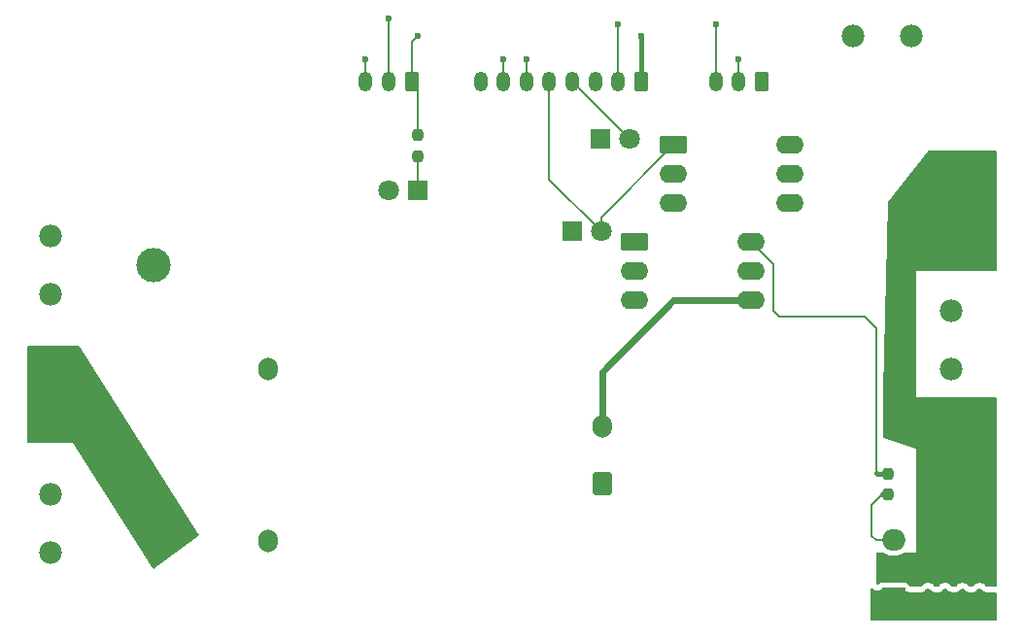
<source format=gbr>
%TF.GenerationSoftware,KiCad,Pcbnew,9.0.7*%
%TF.CreationDate,2026-01-20T13:18:06+01:00*%
%TF.ProjectId,OpenBrewer,4f70656e-4272-4657-9765-722e6b696361,rev?*%
%TF.SameCoordinates,Original*%
%TF.FileFunction,Copper,L1,Top*%
%TF.FilePolarity,Positive*%
%FSLAX46Y46*%
G04 Gerber Fmt 4.6, Leading zero omitted, Abs format (unit mm)*
G04 Created by KiCad (PCBNEW 9.0.7) date 2026-01-20 13:18:06*
%MOMM*%
%LPD*%
G01*
G04 APERTURE LIST*
G04 Aperture macros list*
%AMRoundRect*
0 Rectangle with rounded corners*
0 $1 Rounding radius*
0 $2 $3 $4 $5 $6 $7 $8 $9 X,Y pos of 4 corners*
0 Add a 4 corners polygon primitive as box body*
4,1,4,$2,$3,$4,$5,$6,$7,$8,$9,$2,$3,0*
0 Add four circle primitives for the rounded corners*
1,1,$1+$1,$2,$3*
1,1,$1+$1,$4,$5*
1,1,$1+$1,$6,$7*
1,1,$1+$1,$8,$9*
0 Add four rect primitives between the rounded corners*
20,1,$1+$1,$2,$3,$4,$5,0*
20,1,$1+$1,$4,$5,$6,$7,0*
20,1,$1+$1,$6,$7,$8,$9,0*
20,1,$1+$1,$8,$9,$2,$3,0*%
G04 Aperture macros list end*
%TA.AperFunction,ComponentPad*%
%ADD10C,1.980000*%
%TD*%
%TA.AperFunction,ComponentPad*%
%ADD11R,1.800000X1.800000*%
%TD*%
%TA.AperFunction,ComponentPad*%
%ADD12C,1.800000*%
%TD*%
%TA.AperFunction,ComponentPad*%
%ADD13C,3.000000*%
%TD*%
%TA.AperFunction,ComponentPad*%
%ADD14RoundRect,0.250000X0.350000X0.625000X-0.350000X0.625000X-0.350000X-0.625000X0.350000X-0.625000X0*%
%TD*%
%TA.AperFunction,ComponentPad*%
%ADD15O,1.200000X1.750000*%
%TD*%
%TA.AperFunction,SMDPad,CuDef*%
%ADD16RoundRect,0.237500X-0.237500X0.250000X-0.237500X-0.250000X0.237500X-0.250000X0.237500X0.250000X0*%
%TD*%
%TA.AperFunction,ComponentPad*%
%ADD17RoundRect,0.250000X0.600000X0.750000X-0.600000X0.750000X-0.600000X-0.750000X0.600000X-0.750000X0*%
%TD*%
%TA.AperFunction,ComponentPad*%
%ADD18O,1.700000X2.000000*%
%TD*%
%TA.AperFunction,ComponentPad*%
%ADD19R,2.000000X1.905000*%
%TD*%
%TA.AperFunction,ComponentPad*%
%ADD20O,2.000000X1.905000*%
%TD*%
%TA.AperFunction,ComponentPad*%
%ADD21RoundRect,0.250000X-0.950000X-0.550000X0.950000X-0.550000X0.950000X0.550000X-0.950000X0.550000X0*%
%TD*%
%TA.AperFunction,ComponentPad*%
%ADD22O,2.400000X1.600000*%
%TD*%
%TA.AperFunction,ViaPad*%
%ADD23C,0.600000*%
%TD*%
%TA.AperFunction,Conductor*%
%ADD24C,0.200000*%
%TD*%
%TA.AperFunction,Conductor*%
%ADD25C,0.400000*%
%TD*%
%TA.AperFunction,Conductor*%
%ADD26C,0.600000*%
%TD*%
%TA.AperFunction,Conductor*%
%ADD27C,0.500000*%
%TD*%
G04 APERTURE END LIST*
D10*
%TO.P,J4,1_1,1_1*%
%TO.N,Net-(PS1-AC{slash}N)*%
X193000000Y-83040000D03*
%TO.P,J4,1_2,1_2*%
X193000000Y-77960000D03*
%TD*%
D11*
%TO.P,D4,1,K*%
%TO.N,GND*%
X162460000Y-63000000D03*
D12*
%TO.P,D4,2,A*%
%TO.N,HEAT*%
X165000000Y-63000000D03*
%TD*%
D13*
%TO.P,F1,1*%
%TO.N,Net-(F1-Pad1)*%
X123500000Y-96500000D03*
%TO.P,F1,2*%
%TO.N,Net-(PS1-AC{slash}L)*%
X123500000Y-74000000D03*
%TD*%
D14*
%TO.P,J1,1,Pin_1*%
%TO.N,GND*%
X166000000Y-58000000D03*
D15*
%TO.P,J1,2,Pin_2*%
%TO.N,5V*%
X164000000Y-58000000D03*
%TO.P,J1,3,Pin_3*%
%TO.N,12V*%
X162000000Y-58000000D03*
%TO.P,J1,4,Pin_4*%
%TO.N,HEAT*%
X160000000Y-58000000D03*
%TO.P,J1,5,Pin_5*%
%TO.N,PUMP*%
X158000000Y-58000000D03*
%TO.P,J1,6,Pin_6*%
%TO.N,FLOW*%
X156000000Y-58000000D03*
%TO.P,J1,7,Pin_7*%
%TO.N,TEMP*%
X154000000Y-58000000D03*
%TO.P,J1,8,Pin_8*%
%TO.N,DEBUG-LED*%
X152000000Y-58000000D03*
%TD*%
D10*
%TO.P,J5,1_1,1_1*%
%TO.N,Net-(Q1-A2)*%
X193000000Y-70540000D03*
%TO.P,J5,1_2,1_2*%
X193000000Y-65460000D03*
%TD*%
D16*
%TO.P,R4,1*%
%TO.N,Net-(R4-Pad1)*%
X187500000Y-92175000D03*
%TO.P,R4,2*%
%TO.N,Net-(Q1-G)*%
X187500000Y-94000000D03*
%TD*%
D14*
%TO.P,J3,1,Pin_1*%
%TO.N,GND*%
X146000000Y-58000000D03*
D15*
%TO.P,J3,2,Pin_2*%
%TO.N,5V*%
X144000000Y-58000000D03*
%TO.P,J3,3,Pin_3*%
%TO.N,TEMP*%
X142000000Y-58000000D03*
%TD*%
D11*
%TO.P,D2,1,K*%
%TO.N,Net-(D2-K)*%
X146500000Y-67500000D03*
D12*
%TO.P,D2,2,A*%
%TO.N,5V*%
X143960000Y-67500000D03*
%TD*%
D11*
%TO.P,D3,1,K*%
%TO.N,GND*%
X159960000Y-71000000D03*
D12*
%TO.P,D3,2,A*%
%TO.N,PUMP*%
X162500000Y-71000000D03*
%TD*%
D10*
%TO.P,J8,1_1,1_1*%
%TO.N,Net-(F1-Pad1)*%
X114500000Y-87540000D03*
%TO.P,J8,1_2,1_2*%
X114500000Y-82460000D03*
%TD*%
D17*
%TO.P,PS1,1,AC/L*%
%TO.N,Net-(PS1-AC{slash}L)*%
X162580000Y-93000000D03*
D18*
%TO.P,PS1,2,AC/N*%
%TO.N,Net-(PS1-AC{slash}N)*%
X162580000Y-88000000D03*
%TO.P,PS1,3,-Vout*%
%TO.N,GND*%
X133500000Y-98000000D03*
%TO.P,PS1,4,+Vout*%
%TO.N,12V*%
X133500000Y-83000000D03*
%TD*%
D19*
%TO.P,Q1,1,A1*%
%TO.N,Net-(PS1-AC{slash}N)*%
X188000000Y-103040000D03*
D20*
%TO.P,Q1,2,A2*%
%TO.N,Net-(Q1-A2)*%
X188000000Y-100500000D03*
%TO.P,Q1,3,G*%
%TO.N,Net-(Q1-G)*%
X188000000Y-97960000D03*
%TD*%
D10*
%TO.P,J7,1_1,1_1*%
%TO.N,Net-(PS1-AC{slash}L)*%
X114500000Y-76540000D03*
%TO.P,J7,1_2,1_2*%
X114500000Y-71460000D03*
%TD*%
%TO.P,J6,1_1,1_1*%
%TO.N,Net-(Q2-A2)*%
X189540000Y-54000000D03*
%TO.P,J6,1_2,1_2*%
X184460000Y-54000000D03*
%TD*%
D14*
%TO.P,J2,1,Pin_1*%
%TO.N,GND*%
X176500000Y-58000000D03*
D15*
%TO.P,J2,2,Pin_2*%
%TO.N,FLOW*%
X174500000Y-58000000D03*
%TO.P,J2,3,Pin_3*%
%TO.N,5V*%
X172500000Y-58000000D03*
%TD*%
D21*
%TO.P,U1,1*%
%TO.N,HEAT*%
X165425000Y-71960000D03*
D22*
%TO.P,U1,2*%
%TO.N,Net-(R1-Pad2)*%
X165425000Y-74500000D03*
%TO.P,U1,3,NC*%
%TO.N,unconnected-(U1-NC-Pad3)*%
X165425000Y-77040000D03*
%TO.P,U1,4*%
%TO.N,Net-(PS1-AC{slash}N)*%
X175585000Y-77040000D03*
%TO.P,U1,5,NC*%
%TO.N,unconnected-(U1-NC-Pad5)*%
X175585000Y-74500000D03*
%TO.P,U1,6*%
%TO.N,Net-(R4-Pad1)*%
X175585000Y-71960000D03*
%TD*%
D16*
%TO.P,R5,1*%
%TO.N,GND*%
X146500000Y-62675000D03*
%TO.P,R5,2*%
%TO.N,Net-(D2-K)*%
X146500000Y-64500000D03*
%TD*%
D10*
%TO.P,J9,1_1,1_1*%
%TO.N,Net-(PS1-AC{slash}L)*%
X114500000Y-93960000D03*
%TO.P,J9,1_2,1_2*%
X114500000Y-99040000D03*
%TD*%
D21*
%TO.P,U2,1*%
%TO.N,PUMP*%
X168840000Y-63460000D03*
D22*
%TO.P,U2,2*%
%TO.N,Net-(R3-Pad2)*%
X168840000Y-66000000D03*
%TO.P,U2,3,NC*%
%TO.N,unconnected-(U2-NC-Pad3)*%
X168840000Y-68540000D03*
%TO.P,U2,4*%
%TO.N,Net-(PS1-AC{slash}N)*%
X179000000Y-68540000D03*
%TO.P,U2,5,NC*%
%TO.N,unconnected-(U2-NC-Pad5)*%
X179000000Y-66000000D03*
%TO.P,U2,6*%
%TO.N,Net-(R2-Pad1)*%
X179000000Y-63460000D03*
%TD*%
D23*
%TO.N,GND*%
X146500000Y-54000000D03*
X166000000Y-54000000D03*
%TO.N,TEMP*%
X142000000Y-56000000D03*
X154000000Y-56000000D03*
%TO.N,FLOW*%
X156000000Y-56000000D03*
X174500000Y-56000000D03*
%TO.N,5V*%
X164000000Y-53000000D03*
X172500000Y-53000000D03*
X144000000Y-52500000D03*
%TO.N,Net-(PS1-AC{slash}N)*%
X195500000Y-102500000D03*
X192500000Y-104000000D03*
X191000000Y-104000000D03*
X194000000Y-104000000D03*
X195500000Y-104000000D03*
X192500000Y-102500000D03*
X194000000Y-102500000D03*
X191000000Y-102500000D03*
%TD*%
D24*
%TO.N,PUMP*%
X158000000Y-66500000D02*
X158000000Y-58000000D01*
X162500000Y-71000000D02*
X158000000Y-66500000D01*
X162500000Y-69800000D02*
X162500000Y-71000000D01*
X168840000Y-63460000D02*
X162500000Y-69800000D01*
%TO.N,Net-(D2-K)*%
X146500000Y-64500000D02*
X146500000Y-67500000D01*
%TO.N,GND*%
X146000000Y-58000000D02*
X146000000Y-54500000D01*
X146500000Y-62675000D02*
X146500000Y-58500000D01*
X146500000Y-58500000D02*
X146000000Y-58000000D01*
X146000000Y-54500000D02*
X146500000Y-54000000D01*
D25*
X166000000Y-58000000D02*
X166000000Y-54000000D01*
D24*
%TO.N,HEAT*%
X165000000Y-63000000D02*
X160000000Y-58000000D01*
%TO.N,TEMP*%
X154000000Y-58000000D02*
X154000000Y-56000000D01*
X142000000Y-58000000D02*
X142000000Y-56000000D01*
%TO.N,FLOW*%
X156000000Y-58000000D02*
X156000000Y-56000000D01*
X174500000Y-58000000D02*
X174500000Y-56000000D01*
%TO.N,5V*%
X144000000Y-58000000D02*
X144000000Y-52500000D01*
X144000000Y-58000000D02*
X144000000Y-58500000D01*
X164000000Y-58000000D02*
X164000000Y-53000000D01*
X172500000Y-58000000D02*
X172500000Y-53000000D01*
%TO.N,Net-(R4-Pad1)*%
X178000000Y-78500000D02*
X185500000Y-78500000D01*
X186500000Y-79500000D02*
X186500000Y-92092500D01*
D25*
X186582500Y-92175000D02*
X186500000Y-92092500D01*
D24*
X177500000Y-73875000D02*
X177500000Y-78000000D01*
D25*
X187500000Y-92175000D02*
X186582500Y-92175000D01*
D24*
X175585000Y-71960000D02*
X177500000Y-73875000D01*
X185500000Y-78500000D02*
X186500000Y-79500000D01*
X177500000Y-78000000D02*
X178000000Y-78500000D01*
D25*
%TO.N,Net-(Q1-G)*%
X187500000Y-94000000D02*
X187000000Y-94000000D01*
D24*
X187000000Y-94000000D02*
X187092500Y-93907500D01*
X188000000Y-97960000D02*
X186460000Y-97960000D01*
X186460000Y-97960000D02*
X186101000Y-97601000D01*
X186101000Y-97601000D02*
X186101000Y-94899000D01*
X187092500Y-93907500D02*
X187500000Y-93907500D01*
X186101000Y-94899000D02*
X187000000Y-94000000D01*
D26*
%TO.N,Net-(PS1-AC{slash}N)*%
X175585000Y-77040000D02*
X168827215Y-77040000D01*
X162580000Y-83287215D02*
X162580000Y-88000000D01*
X168827215Y-77040000D02*
X162580000Y-83287215D01*
D27*
%TO.N,Net-(PS1-AC{slash}L)*%
X114500000Y-93960000D02*
X114500000Y-93500000D01*
%TD*%
%TA.AperFunction,Conductor*%
%TO.N,Net-(F1-Pad1)*%
G36*
X116998969Y-81019685D02*
G01*
X117036544Y-81057427D01*
X127438351Y-97403123D01*
X127457736Y-97470250D01*
X127437752Y-97537201D01*
X127408137Y-97568896D01*
X123607123Y-100419657D01*
X123541681Y-100444133D01*
X123473394Y-100429343D01*
X123428111Y-100387032D01*
X116500000Y-89500000D01*
X116499999Y-89500000D01*
X112624000Y-89500000D01*
X112556961Y-89480315D01*
X112511206Y-89427511D01*
X112500000Y-89376000D01*
X112500000Y-81124000D01*
X112519685Y-81056961D01*
X112572489Y-81011206D01*
X112624000Y-81000000D01*
X116931930Y-81000000D01*
X116998969Y-81019685D01*
G37*
%TD.AperFunction*%
%TD*%
%TA.AperFunction,Conductor*%
%TO.N,Net-(PS1-AC{slash}N)*%
G36*
X186156162Y-102162456D02*
G01*
X186171490Y-102164042D01*
X186201916Y-102181929D01*
X186207301Y-102186233D01*
X186221793Y-102200725D01*
X186277726Y-102242597D01*
X186277734Y-102242603D01*
X186278046Y-102242773D01*
X186278047Y-102242774D01*
X186330544Y-102271439D01*
X186404015Y-102311556D01*
X186544607Y-102342139D01*
X186605576Y-102346499D01*
X186614297Y-102347123D01*
X186614299Y-102347123D01*
X186614300Y-102347123D01*
X186623878Y-102346437D01*
X186757810Y-102336859D01*
X186892619Y-102286577D01*
X186953942Y-102253092D01*
X186953946Y-102253090D01*
X187002835Y-102216490D01*
X187003827Y-102215779D01*
X187035662Y-102204619D01*
X187067306Y-102192816D01*
X187069562Y-102192735D01*
X187069763Y-102192665D01*
X187069993Y-102192720D01*
X187076154Y-102192500D01*
X188876025Y-102192500D01*
X188943064Y-102212185D01*
X188978131Y-102246142D01*
X188990487Y-102264074D01*
X188995562Y-102271439D01*
X188995565Y-102271443D01*
X189039002Y-102319453D01*
X189039007Y-102319458D01*
X189140559Y-102405567D01*
X189271436Y-102465338D01*
X189338475Y-102485023D01*
X189338479Y-102485024D01*
X189480895Y-102505500D01*
X189480898Y-102505500D01*
X190316561Y-102505500D01*
X190326707Y-102504955D01*
X190370599Y-102502603D01*
X190370607Y-102502602D01*
X190370609Y-102502602D01*
X190370610Y-102502602D01*
X190377603Y-102501849D01*
X190396957Y-102499769D01*
X190396967Y-102499767D01*
X190396970Y-102499767D01*
X190406569Y-102498211D01*
X190450369Y-102491114D01*
X190585178Y-102440832D01*
X190646501Y-102407347D01*
X190646503Y-102407346D01*
X190761685Y-102321121D01*
X190808105Y-102274699D01*
X190813389Y-102270460D01*
X190815253Y-102269692D01*
X190822099Y-102264074D01*
X190822196Y-102264009D01*
X190850110Y-102245357D01*
X190871536Y-102233903D01*
X190902675Y-102221006D01*
X190925918Y-102213955D01*
X190958970Y-102207381D01*
X190983154Y-102205000D01*
X191016842Y-102205000D01*
X191041027Y-102207381D01*
X191074079Y-102213956D01*
X191097325Y-102221006D01*
X191128458Y-102233902D01*
X191149890Y-102245359D01*
X191177898Y-102264074D01*
X191196686Y-102279493D01*
X191238320Y-102321126D01*
X191238339Y-102321143D01*
X191278581Y-102357290D01*
X191299226Y-102373926D01*
X191324930Y-102392461D01*
X191343105Y-102405567D01*
X191473982Y-102465338D01*
X191541021Y-102485023D01*
X191541025Y-102485024D01*
X191683441Y-102505500D01*
X191683444Y-102505500D01*
X191816561Y-102505500D01*
X191830069Y-102504775D01*
X191870599Y-102502603D01*
X191896957Y-102499769D01*
X191896972Y-102499766D01*
X191896977Y-102499766D01*
X191950457Y-102491095D01*
X191950461Y-102491094D01*
X191950461Y-102491093D01*
X191950466Y-102491093D01*
X191961023Y-102487152D01*
X191993920Y-102479998D01*
X192055266Y-102451980D01*
X192085264Y-102440785D01*
X192087640Y-102439487D01*
X192087639Y-102439485D01*
X192109324Y-102427640D01*
X192109361Y-102427620D01*
X192113236Y-102425504D01*
X192124797Y-102420225D01*
X192135423Y-102413395D01*
X192146490Y-102407353D01*
X192146503Y-102407346D01*
X192261685Y-102321121D01*
X192303312Y-102279492D01*
X192322099Y-102264074D01*
X192322196Y-102264009D01*
X192350110Y-102245357D01*
X192371536Y-102233903D01*
X192402675Y-102221006D01*
X192425918Y-102213955D01*
X192458970Y-102207381D01*
X192483154Y-102205000D01*
X192516842Y-102205000D01*
X192541027Y-102207381D01*
X192574079Y-102213956D01*
X192597325Y-102221006D01*
X192628458Y-102233902D01*
X192649890Y-102245359D01*
X192677898Y-102264074D01*
X192696686Y-102279493D01*
X192738320Y-102321126D01*
X192738339Y-102321143D01*
X192778581Y-102357290D01*
X192799226Y-102373926D01*
X192824930Y-102392461D01*
X192843105Y-102405567D01*
X192973982Y-102465338D01*
X193041021Y-102485023D01*
X193041025Y-102485024D01*
X193183441Y-102505500D01*
X193183444Y-102505500D01*
X193316561Y-102505500D01*
X193330069Y-102504775D01*
X193370599Y-102502603D01*
X193396957Y-102499769D01*
X193396972Y-102499766D01*
X193396977Y-102499766D01*
X193450457Y-102491095D01*
X193450461Y-102491094D01*
X193450461Y-102491093D01*
X193450466Y-102491093D01*
X193461023Y-102487152D01*
X193493920Y-102479998D01*
X193555266Y-102451980D01*
X193585264Y-102440785D01*
X193587640Y-102439487D01*
X193587639Y-102439485D01*
X193609324Y-102427640D01*
X193609361Y-102427620D01*
X193613236Y-102425504D01*
X193624797Y-102420225D01*
X193635423Y-102413395D01*
X193646490Y-102407353D01*
X193646503Y-102407346D01*
X193761685Y-102321121D01*
X193803312Y-102279492D01*
X193822099Y-102264074D01*
X193822196Y-102264009D01*
X193850110Y-102245357D01*
X193871536Y-102233903D01*
X193902675Y-102221006D01*
X193925918Y-102213955D01*
X193958970Y-102207381D01*
X193983154Y-102205000D01*
X194016842Y-102205000D01*
X194041027Y-102207381D01*
X194074079Y-102213956D01*
X194097325Y-102221006D01*
X194128458Y-102233902D01*
X194149890Y-102245359D01*
X194177898Y-102264074D01*
X194196686Y-102279493D01*
X194238320Y-102321126D01*
X194238339Y-102321143D01*
X194278581Y-102357290D01*
X194299226Y-102373926D01*
X194324930Y-102392461D01*
X194343105Y-102405567D01*
X194473982Y-102465338D01*
X194541021Y-102485023D01*
X194541025Y-102485024D01*
X194683441Y-102505500D01*
X194683444Y-102505500D01*
X194816561Y-102505500D01*
X194830069Y-102504775D01*
X194870599Y-102502603D01*
X194896957Y-102499769D01*
X194896972Y-102499766D01*
X194896977Y-102499766D01*
X194950457Y-102491095D01*
X194950461Y-102491094D01*
X194950461Y-102491093D01*
X194950466Y-102491093D01*
X194961023Y-102487152D01*
X194993920Y-102479998D01*
X195055266Y-102451980D01*
X195085264Y-102440785D01*
X195087640Y-102439487D01*
X195087639Y-102439485D01*
X195109324Y-102427640D01*
X195109361Y-102427620D01*
X195113236Y-102425504D01*
X195124797Y-102420225D01*
X195135423Y-102413395D01*
X195146490Y-102407353D01*
X195146503Y-102407346D01*
X195261685Y-102321121D01*
X195303312Y-102279492D01*
X195322099Y-102264074D01*
X195322196Y-102264009D01*
X195350110Y-102245357D01*
X195371536Y-102233903D01*
X195402675Y-102221006D01*
X195425918Y-102213955D01*
X195458970Y-102207381D01*
X195483154Y-102205000D01*
X195516842Y-102205000D01*
X195541027Y-102207381D01*
X195574079Y-102213956D01*
X195597325Y-102221006D01*
X195628458Y-102233902D01*
X195649890Y-102245359D01*
X195677898Y-102264074D01*
X195696686Y-102279493D01*
X195738320Y-102321126D01*
X195738339Y-102321143D01*
X195778581Y-102357290D01*
X195799226Y-102373926D01*
X195824930Y-102392461D01*
X195843105Y-102405567D01*
X195973982Y-102465338D01*
X196041021Y-102485023D01*
X196041025Y-102485024D01*
X196183441Y-102505500D01*
X196183444Y-102505500D01*
X196875500Y-102505500D01*
X196942539Y-102525185D01*
X196988294Y-102577989D01*
X196999500Y-102629500D01*
X196999500Y-104875500D01*
X196979815Y-104942539D01*
X196927011Y-104988294D01*
X196875500Y-104999500D01*
X186124500Y-104999500D01*
X186057461Y-104979815D01*
X186011706Y-104927011D01*
X186000500Y-104875500D01*
X186000500Y-102278794D01*
X186004841Y-102264009D01*
X186004229Y-102248613D01*
X186014484Y-102231167D01*
X186020185Y-102211755D01*
X186031827Y-102201666D01*
X186039638Y-102188381D01*
X186057698Y-102179249D01*
X186072989Y-102166000D01*
X186088239Y-102163807D01*
X186101991Y-102156854D01*
X186122119Y-102158935D01*
X186142147Y-102156056D01*
X186156162Y-102162456D01*
G37*
%TD.AperFunction*%
%TD*%
%TA.AperFunction,Conductor*%
%TO.N,Net-(Q1-A2)*%
G36*
X196942539Y-64019685D02*
G01*
X196988294Y-64072489D01*
X196999500Y-64124000D01*
X196999500Y-74376000D01*
X196979815Y-74443039D01*
X196927011Y-74488794D01*
X196875500Y-74500000D01*
X190000000Y-74500000D01*
X190000000Y-85500000D01*
X196875500Y-85500000D01*
X196942539Y-85519685D01*
X196988294Y-85572489D01*
X196999500Y-85624000D01*
X196999500Y-101876000D01*
X196979815Y-101943039D01*
X196927011Y-101988794D01*
X196875500Y-102000000D01*
X196183441Y-102000000D01*
X196116402Y-101980315D01*
X196095760Y-101963681D01*
X196010292Y-101878213D01*
X196010288Y-101878210D01*
X195879185Y-101790609D01*
X195879172Y-101790602D01*
X195733501Y-101730264D01*
X195733489Y-101730261D01*
X195578845Y-101699500D01*
X195578842Y-101699500D01*
X195421158Y-101699500D01*
X195421155Y-101699500D01*
X195266510Y-101730261D01*
X195266498Y-101730264D01*
X195120827Y-101790602D01*
X195120814Y-101790609D01*
X194989711Y-101878210D01*
X194989707Y-101878213D01*
X194904240Y-101963681D01*
X194877312Y-101978384D01*
X194851494Y-101994977D01*
X194845293Y-101995868D01*
X194842917Y-101997166D01*
X194816559Y-102000000D01*
X194683441Y-102000000D01*
X194616402Y-101980315D01*
X194595760Y-101963681D01*
X194510292Y-101878213D01*
X194510288Y-101878210D01*
X194379185Y-101790609D01*
X194379172Y-101790602D01*
X194233501Y-101730264D01*
X194233489Y-101730261D01*
X194078845Y-101699500D01*
X194078842Y-101699500D01*
X193921158Y-101699500D01*
X193921155Y-101699500D01*
X193766510Y-101730261D01*
X193766498Y-101730264D01*
X193620827Y-101790602D01*
X193620814Y-101790609D01*
X193489711Y-101878210D01*
X193489707Y-101878213D01*
X193404240Y-101963681D01*
X193377312Y-101978384D01*
X193351494Y-101994977D01*
X193345293Y-101995868D01*
X193342917Y-101997166D01*
X193316559Y-102000000D01*
X193183441Y-102000000D01*
X193116402Y-101980315D01*
X193095760Y-101963681D01*
X193010292Y-101878213D01*
X193010288Y-101878210D01*
X192879185Y-101790609D01*
X192879172Y-101790602D01*
X192733501Y-101730264D01*
X192733489Y-101730261D01*
X192578845Y-101699500D01*
X192578842Y-101699500D01*
X192421158Y-101699500D01*
X192421155Y-101699500D01*
X192266510Y-101730261D01*
X192266498Y-101730264D01*
X192120827Y-101790602D01*
X192120814Y-101790609D01*
X191989711Y-101878210D01*
X191989707Y-101878213D01*
X191904240Y-101963681D01*
X191877312Y-101978384D01*
X191851494Y-101994977D01*
X191845293Y-101995868D01*
X191842917Y-101997166D01*
X191816559Y-102000000D01*
X191683441Y-102000000D01*
X191616402Y-101980315D01*
X191595760Y-101963681D01*
X191510292Y-101878213D01*
X191510288Y-101878210D01*
X191379185Y-101790609D01*
X191379172Y-101790602D01*
X191233501Y-101730264D01*
X191233489Y-101730261D01*
X191078845Y-101699500D01*
X191078842Y-101699500D01*
X190921158Y-101699500D01*
X190921155Y-101699500D01*
X190766510Y-101730261D01*
X190766498Y-101730264D01*
X190620827Y-101790602D01*
X190620814Y-101790609D01*
X190489711Y-101878210D01*
X190489707Y-101878213D01*
X190404240Y-101963681D01*
X190342917Y-101997166D01*
X190316559Y-102000000D01*
X189480895Y-102000000D01*
X189413856Y-101980315D01*
X189370411Y-101932296D01*
X189328050Y-101849158D01*
X189328046Y-101849154D01*
X189328045Y-101849152D01*
X189238347Y-101759454D01*
X189238344Y-101759452D01*
X189238342Y-101759450D01*
X189161517Y-101720305D01*
X189125301Y-101701852D01*
X189031524Y-101687000D01*
X186968482Y-101687000D01*
X186889560Y-101699500D01*
X186874696Y-101701854D01*
X186761658Y-101759450D01*
X186761657Y-101759451D01*
X186761652Y-101759454D01*
X186711681Y-101809426D01*
X186650358Y-101842911D01*
X186580666Y-101837927D01*
X186524733Y-101796055D01*
X186500316Y-101730591D01*
X186500000Y-101721745D01*
X186500000Y-99124000D01*
X186519685Y-99056961D01*
X186572489Y-99011206D01*
X186624000Y-99000000D01*
X187041785Y-99000000D01*
X187108824Y-99019685D01*
X187114660Y-99023674D01*
X187243373Y-99117190D01*
X187336442Y-99164611D01*
X187433127Y-99213875D01*
X187433130Y-99213876D01*
X187534400Y-99246780D01*
X187635672Y-99279685D01*
X187733092Y-99295114D01*
X187846012Y-99313000D01*
X187846017Y-99313000D01*
X188153988Y-99313000D01*
X188255958Y-99296848D01*
X188364328Y-99279685D01*
X188566872Y-99213875D01*
X188756627Y-99117190D01*
X188885330Y-99023681D01*
X188951136Y-99000202D01*
X188958215Y-99000000D01*
X190000000Y-99000000D01*
X190000000Y-90000000D01*
X187185288Y-89061762D01*
X187127913Y-89021888D01*
X187101205Y-88957324D01*
X187100500Y-88944125D01*
X187100500Y-84881006D01*
X187100537Y-84877983D01*
X187499003Y-68540848D01*
X187520316Y-68474311D01*
X187525068Y-68467768D01*
X190962767Y-64047871D01*
X191019464Y-64007039D01*
X191060647Y-64000000D01*
X196875500Y-64000000D01*
X196942539Y-64019685D01*
G37*
%TD.AperFunction*%
%TD*%
M02*

</source>
